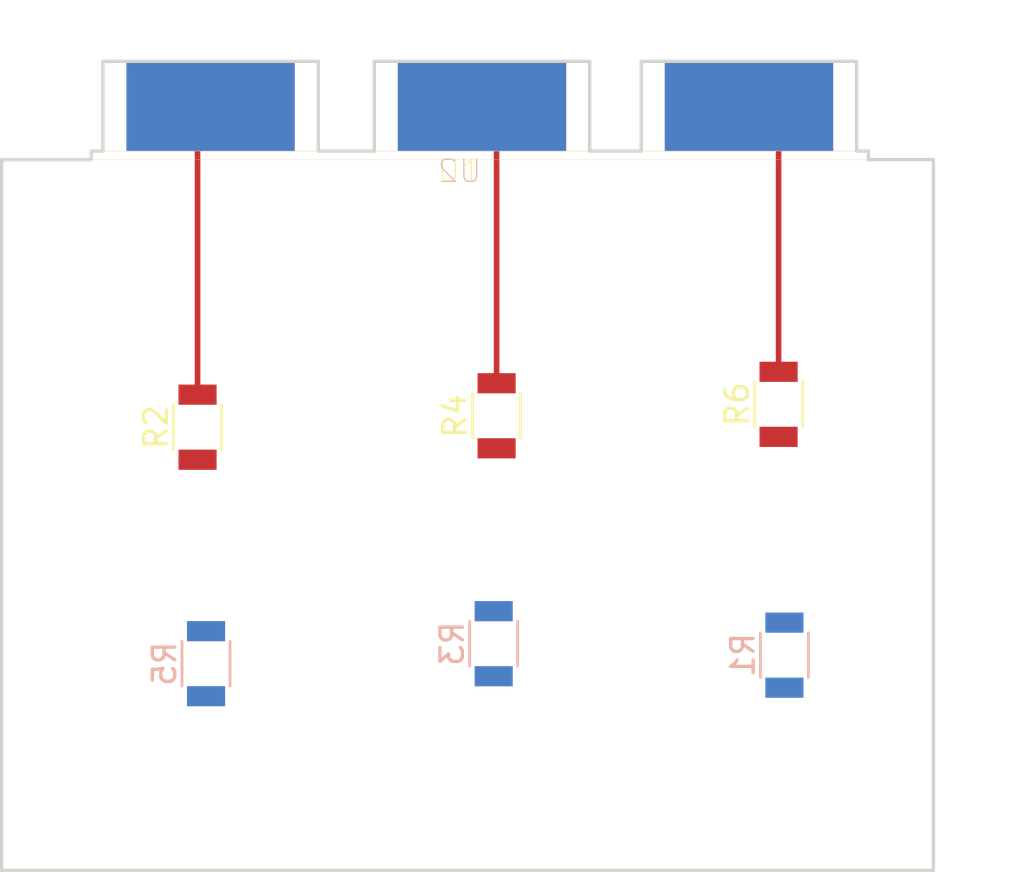
<source format=kicad_pcb>
(kicad_pcb (version 4) (host pcbnew 4.0.7)

  (general
    (links 3)
    (no_connects 0)
    (area 107.404999 27.875 161.61 74.755001)
    (thickness 1.6)
    (drawings 20)
    (tracks 6)
    (zones 0)
    (modules 8)
    (nets 13)
  )

  (page A4)
  (layers
    (0 F.Cu signal)
    (31 B.Cu signal)
    (32 B.Adhes user)
    (33 F.Adhes user)
    (34 B.Paste user)
    (35 F.Paste user)
    (36 B.SilkS user)
    (37 F.SilkS user)
    (38 B.Mask user)
    (39 F.Mask user)
    (40 Dwgs.User user)
    (41 Cmts.User user)
    (42 Eco1.User user)
    (43 Eco2.User user)
    (44 Edge.Cuts user)
    (45 Margin user)
    (46 B.CrtYd user)
    (47 F.CrtYd user)
    (48 B.Fab user)
    (49 F.Fab user)
  )

  (setup
    (last_trace_width 0.25)
    (trace_clearance 0.2)
    (zone_clearance 0.508)
    (zone_45_only no)
    (trace_min 0.2)
    (segment_width 0.2)
    (edge_width 0.15)
    (via_size 0.6)
    (via_drill 0.4)
    (via_min_size 0.4)
    (via_min_drill 0.3)
    (uvia_size 0.3)
    (uvia_drill 0.1)
    (uvias_allowed no)
    (uvia_min_size 0.2)
    (uvia_min_drill 0.1)
    (pcb_text_width 0.3)
    (pcb_text_size 1.5 1.5)
    (mod_edge_width 0.15)
    (mod_text_size 1 1)
    (mod_text_width 0.15)
    (pad_size 7.5 11)
    (pad_drill 0)
    (pad_to_mask_clearance 0.2)
    (aux_axis_origin 0 0)
    (visible_elements 7FFFFFFF)
    (pcbplotparams
      (layerselection 0x010c0_80000001)
      (usegerberextensions false)
      (excludeedgelayer true)
      (linewidth 0.100000)
      (plotframeref false)
      (viasonmask false)
      (mode 1)
      (useauxorigin false)
      (hpglpennumber 1)
      (hpglpenspeed 20)
      (hpglpendiameter 15)
      (hpglpenoverlay 2)
      (psnegative false)
      (psa4output false)
      (plotreference true)
      (plotvalue true)
      (plotinvisibletext false)
      (padsonsilk false)
      (subtractmaskfromsilk false)
      (outputformat 1)
      (mirror false)
      (drillshape 0)
      (scaleselection 1)
      (outputdirectory GERBER/))
  )

  (net 0 "")
  (net 1 "Net-(R1-Pad1)")
  (net 2 "Net-(R1-Pad2)")
  (net 3 "Net-(R2-Pad1)")
  (net 4 "Net-(R2-Pad2)")
  (net 5 "Net-(R3-Pad1)")
  (net 6 "Net-(R3-Pad2)")
  (net 7 "Net-(R4-Pad1)")
  (net 8 "Net-(R4-Pad2)")
  (net 9 "Net-(R5-Pad1)")
  (net 10 "Net-(R5-Pad2)")
  (net 11 "Net-(R6-Pad1)")
  (net 12 "Net-(R6-Pad2)")

  (net_class Default "This is the default net class."
    (clearance 0.2)
    (trace_width 0.25)
    (via_dia 0.6)
    (via_drill 0.4)
    (uvia_dia 0.3)
    (uvia_drill 0.1)
    (add_net "Net-(R1-Pad1)")
    (add_net "Net-(R1-Pad2)")
    (add_net "Net-(R2-Pad1)")
    (add_net "Net-(R2-Pad2)")
    (add_net "Net-(R3-Pad1)")
    (add_net "Net-(R3-Pad2)")
    (add_net "Net-(R4-Pad1)")
    (add_net "Net-(R4-Pad2)")
    (add_net "Net-(R5-Pad1)")
    (add_net "Net-(R5-Pad2)")
    (add_net "Net-(R6-Pad1)")
    (add_net "Net-(R6-Pad2)")
  )

  (module Resistors_SMD:R_1206 (layer B.Cu) (tedit 58E0A804) (tstamp 5C89880A)
    (at 142.37 65.08 270)
    (descr "Resistor SMD 1206, reflow soldering, Vishay (see dcrcw.pdf)")
    (tags "resistor 1206")
    (path /5C8986C1)
    (attr smd)
    (fp_text reference R1 (at 0 1.85 270) (layer B.SilkS)
      (effects (font (size 1 1) (thickness 0.15)) (justify mirror))
    )
    (fp_text value R (at 0 -1.95 270) (layer B.Fab)
      (effects (font (size 1 1) (thickness 0.15)) (justify mirror))
    )
    (fp_text user %R (at 0 0 270) (layer B.Fab)
      (effects (font (size 0.7 0.7) (thickness 0.105)) (justify mirror))
    )
    (fp_line (start -1.6 -0.8) (end -1.6 0.8) (layer B.Fab) (width 0.1))
    (fp_line (start 1.6 -0.8) (end -1.6 -0.8) (layer B.Fab) (width 0.1))
    (fp_line (start 1.6 0.8) (end 1.6 -0.8) (layer B.Fab) (width 0.1))
    (fp_line (start -1.6 0.8) (end 1.6 0.8) (layer B.Fab) (width 0.1))
    (fp_line (start 1 -1.07) (end -1 -1.07) (layer B.SilkS) (width 0.12))
    (fp_line (start -1 1.07) (end 1 1.07) (layer B.SilkS) (width 0.12))
    (fp_line (start -2.15 1.11) (end 2.15 1.11) (layer B.CrtYd) (width 0.05))
    (fp_line (start -2.15 1.11) (end -2.15 -1.1) (layer B.CrtYd) (width 0.05))
    (fp_line (start 2.15 -1.1) (end 2.15 1.11) (layer B.CrtYd) (width 0.05))
    (fp_line (start 2.15 -1.1) (end -2.15 -1.1) (layer B.CrtYd) (width 0.05))
    (pad 1 smd rect (at -1.45 0 270) (size 0.9 1.7) (layers B.Cu B.Paste B.Mask)
      (net 1 "Net-(R1-Pad1)"))
    (pad 2 smd rect (at 1.45 0 270) (size 0.9 1.7) (layers B.Cu B.Paste B.Mask)
      (net 2 "Net-(R1-Pad2)"))
    (model ${KISYS3DMOD}/Resistors_SMD.3dshapes/R_1206.wrl
      (at (xyz 0 0 0))
      (scale (xyz 1 1 1))
      (rotate (xyz 0 0 0))
    )
  )

  (module Resistors_SMD:R_1206 (layer F.Cu) (tedit 58E0A804) (tstamp 5C898810)
    (at 116.21 54.92 90)
    (descr "Resistor SMD 1206, reflow soldering, Vishay (see dcrcw.pdf)")
    (tags "resistor 1206")
    (path /5C898950)
    (attr smd)
    (fp_text reference R2 (at 0 -1.85 90) (layer F.SilkS)
      (effects (font (size 1 1) (thickness 0.15)))
    )
    (fp_text value R (at 0 1.95 90) (layer F.Fab)
      (effects (font (size 1 1) (thickness 0.15)))
    )
    (fp_text user %R (at 0 0 90) (layer F.Fab)
      (effects (font (size 0.7 0.7) (thickness 0.105)))
    )
    (fp_line (start -1.6 0.8) (end -1.6 -0.8) (layer F.Fab) (width 0.1))
    (fp_line (start 1.6 0.8) (end -1.6 0.8) (layer F.Fab) (width 0.1))
    (fp_line (start 1.6 -0.8) (end 1.6 0.8) (layer F.Fab) (width 0.1))
    (fp_line (start -1.6 -0.8) (end 1.6 -0.8) (layer F.Fab) (width 0.1))
    (fp_line (start 1 1.07) (end -1 1.07) (layer F.SilkS) (width 0.12))
    (fp_line (start -1 -1.07) (end 1 -1.07) (layer F.SilkS) (width 0.12))
    (fp_line (start -2.15 -1.11) (end 2.15 -1.11) (layer F.CrtYd) (width 0.05))
    (fp_line (start -2.15 -1.11) (end -2.15 1.1) (layer F.CrtYd) (width 0.05))
    (fp_line (start 2.15 1.1) (end 2.15 -1.11) (layer F.CrtYd) (width 0.05))
    (fp_line (start 2.15 1.1) (end -2.15 1.1) (layer F.CrtYd) (width 0.05))
    (pad 1 smd rect (at -1.45 0 90) (size 0.9 1.7) (layers F.Cu F.Paste F.Mask)
      (net 3 "Net-(R2-Pad1)"))
    (pad 2 smd rect (at 1.45 0 90) (size 0.9 1.7) (layers F.Cu F.Paste F.Mask)
      (net 4 "Net-(R2-Pad2)"))
    (model ${KISYS3DMOD}/Resistors_SMD.3dshapes/R_1206.wrl
      (at (xyz 0 0 0))
      (scale (xyz 1 1 1))
      (rotate (xyz 0 0 0))
    )
  )

  (module Resistors_SMD:R_1206 (layer B.Cu) (tedit 58E0A804) (tstamp 5C898816)
    (at 129.41 64.57 270)
    (descr "Resistor SMD 1206, reflow soldering, Vishay (see dcrcw.pdf)")
    (tags "resistor 1206")
    (path /5C89864E)
    (attr smd)
    (fp_text reference R3 (at 0 1.85 270) (layer B.SilkS)
      (effects (font (size 1 1) (thickness 0.15)) (justify mirror))
    )
    (fp_text value R (at 0 -1.95 270) (layer B.Fab)
      (effects (font (size 1 1) (thickness 0.15)) (justify mirror))
    )
    (fp_text user %R (at 0 0 270) (layer B.Fab)
      (effects (font (size 0.7 0.7) (thickness 0.105)) (justify mirror))
    )
    (fp_line (start -1.6 -0.8) (end -1.6 0.8) (layer B.Fab) (width 0.1))
    (fp_line (start 1.6 -0.8) (end -1.6 -0.8) (layer B.Fab) (width 0.1))
    (fp_line (start 1.6 0.8) (end 1.6 -0.8) (layer B.Fab) (width 0.1))
    (fp_line (start -1.6 0.8) (end 1.6 0.8) (layer B.Fab) (width 0.1))
    (fp_line (start 1 -1.07) (end -1 -1.07) (layer B.SilkS) (width 0.12))
    (fp_line (start -1 1.07) (end 1 1.07) (layer B.SilkS) (width 0.12))
    (fp_line (start -2.15 1.11) (end 2.15 1.11) (layer B.CrtYd) (width 0.05))
    (fp_line (start -2.15 1.11) (end -2.15 -1.1) (layer B.CrtYd) (width 0.05))
    (fp_line (start 2.15 -1.1) (end 2.15 1.11) (layer B.CrtYd) (width 0.05))
    (fp_line (start 2.15 -1.1) (end -2.15 -1.1) (layer B.CrtYd) (width 0.05))
    (pad 1 smd rect (at -1.45 0 270) (size 0.9 1.7) (layers B.Cu B.Paste B.Mask)
      (net 5 "Net-(R3-Pad1)"))
    (pad 2 smd rect (at 1.45 0 270) (size 0.9 1.7) (layers B.Cu B.Paste B.Mask)
      (net 6 "Net-(R3-Pad2)"))
    (model ${KISYS3DMOD}/Resistors_SMD.3dshapes/R_1206.wrl
      (at (xyz 0 0 0))
      (scale (xyz 1 1 1))
      (rotate (xyz 0 0 0))
    )
  )

  (module Resistors_SMD:R_1206 (layer F.Cu) (tedit 58E0A804) (tstamp 5C89881C)
    (at 129.54 54.41 90)
    (descr "Resistor SMD 1206, reflow soldering, Vishay (see dcrcw.pdf)")
    (tags "resistor 1206")
    (path /5C89894A)
    (attr smd)
    (fp_text reference R4 (at 0 -1.85 90) (layer F.SilkS)
      (effects (font (size 1 1) (thickness 0.15)))
    )
    (fp_text value R (at 0 1.95 90) (layer F.Fab)
      (effects (font (size 1 1) (thickness 0.15)))
    )
    (fp_text user %R (at 0 0 90) (layer F.Fab)
      (effects (font (size 0.7 0.7) (thickness 0.105)))
    )
    (fp_line (start -1.6 0.8) (end -1.6 -0.8) (layer F.Fab) (width 0.1))
    (fp_line (start 1.6 0.8) (end -1.6 0.8) (layer F.Fab) (width 0.1))
    (fp_line (start 1.6 -0.8) (end 1.6 0.8) (layer F.Fab) (width 0.1))
    (fp_line (start -1.6 -0.8) (end 1.6 -0.8) (layer F.Fab) (width 0.1))
    (fp_line (start 1 1.07) (end -1 1.07) (layer F.SilkS) (width 0.12))
    (fp_line (start -1 -1.07) (end 1 -1.07) (layer F.SilkS) (width 0.12))
    (fp_line (start -2.15 -1.11) (end 2.15 -1.11) (layer F.CrtYd) (width 0.05))
    (fp_line (start -2.15 -1.11) (end -2.15 1.1) (layer F.CrtYd) (width 0.05))
    (fp_line (start 2.15 1.1) (end 2.15 -1.11) (layer F.CrtYd) (width 0.05))
    (fp_line (start 2.15 1.1) (end -2.15 1.1) (layer F.CrtYd) (width 0.05))
    (pad 1 smd rect (at -1.45 0 90) (size 0.9 1.7) (layers F.Cu F.Paste F.Mask)
      (net 7 "Net-(R4-Pad1)"))
    (pad 2 smd rect (at 1.45 0 90) (size 0.9 1.7) (layers F.Cu F.Paste F.Mask)
      (net 8 "Net-(R4-Pad2)"))
    (model ${KISYS3DMOD}/Resistors_SMD.3dshapes/R_1206.wrl
      (at (xyz 0 0 0))
      (scale (xyz 1 1 1))
      (rotate (xyz 0 0 0))
    )
  )

  (module Resistors_SMD:R_1206 (layer B.Cu) (tedit 58E0A804) (tstamp 5C898822)
    (at 116.59 65.46 270)
    (descr "Resistor SMD 1206, reflow soldering, Vishay (see dcrcw.pdf)")
    (tags "resistor 1206")
    (path /5C8986FE)
    (attr smd)
    (fp_text reference R5 (at 0 1.85 270) (layer B.SilkS)
      (effects (font (size 1 1) (thickness 0.15)) (justify mirror))
    )
    (fp_text value R (at 0 -1.95 270) (layer B.Fab)
      (effects (font (size 1 1) (thickness 0.15)) (justify mirror))
    )
    (fp_text user %R (at 0 0 270) (layer B.Fab)
      (effects (font (size 0.7 0.7) (thickness 0.105)) (justify mirror))
    )
    (fp_line (start -1.6 -0.8) (end -1.6 0.8) (layer B.Fab) (width 0.1))
    (fp_line (start 1.6 -0.8) (end -1.6 -0.8) (layer B.Fab) (width 0.1))
    (fp_line (start 1.6 0.8) (end 1.6 -0.8) (layer B.Fab) (width 0.1))
    (fp_line (start -1.6 0.8) (end 1.6 0.8) (layer B.Fab) (width 0.1))
    (fp_line (start 1 -1.07) (end -1 -1.07) (layer B.SilkS) (width 0.12))
    (fp_line (start -1 1.07) (end 1 1.07) (layer B.SilkS) (width 0.12))
    (fp_line (start -2.15 1.11) (end 2.15 1.11) (layer B.CrtYd) (width 0.05))
    (fp_line (start -2.15 1.11) (end -2.15 -1.1) (layer B.CrtYd) (width 0.05))
    (fp_line (start 2.15 -1.1) (end 2.15 1.11) (layer B.CrtYd) (width 0.05))
    (fp_line (start 2.15 -1.1) (end -2.15 -1.1) (layer B.CrtYd) (width 0.05))
    (pad 1 smd rect (at -1.45 0 270) (size 0.9 1.7) (layers B.Cu B.Paste B.Mask)
      (net 9 "Net-(R5-Pad1)"))
    (pad 2 smd rect (at 1.45 0 270) (size 0.9 1.7) (layers B.Cu B.Paste B.Mask)
      (net 10 "Net-(R5-Pad2)"))
    (model ${KISYS3DMOD}/Resistors_SMD.3dshapes/R_1206.wrl
      (at (xyz 0 0 0))
      (scale (xyz 1 1 1))
      (rotate (xyz 0 0 0))
    )
  )

  (module Resistors_SMD:R_1206 (layer F.Cu) (tedit 58E0A804) (tstamp 5C898828)
    (at 142.11 53.9 90)
    (descr "Resistor SMD 1206, reflow soldering, Vishay (see dcrcw.pdf)")
    (tags "resistor 1206")
    (path /5C898956)
    (attr smd)
    (fp_text reference R6 (at 0 -1.85 90) (layer F.SilkS)
      (effects (font (size 1 1) (thickness 0.15)))
    )
    (fp_text value R (at 0 1.95 90) (layer F.Fab)
      (effects (font (size 1 1) (thickness 0.15)))
    )
    (fp_text user %R (at 0 0 90) (layer F.Fab)
      (effects (font (size 0.7 0.7) (thickness 0.105)))
    )
    (fp_line (start -1.6 0.8) (end -1.6 -0.8) (layer F.Fab) (width 0.1))
    (fp_line (start 1.6 0.8) (end -1.6 0.8) (layer F.Fab) (width 0.1))
    (fp_line (start 1.6 -0.8) (end 1.6 0.8) (layer F.Fab) (width 0.1))
    (fp_line (start -1.6 -0.8) (end 1.6 -0.8) (layer F.Fab) (width 0.1))
    (fp_line (start 1 1.07) (end -1 1.07) (layer F.SilkS) (width 0.12))
    (fp_line (start -1 -1.07) (end 1 -1.07) (layer F.SilkS) (width 0.12))
    (fp_line (start -2.15 -1.11) (end 2.15 -1.11) (layer F.CrtYd) (width 0.05))
    (fp_line (start -2.15 -1.11) (end -2.15 1.1) (layer F.CrtYd) (width 0.05))
    (fp_line (start 2.15 1.1) (end 2.15 -1.11) (layer F.CrtYd) (width 0.05))
    (fp_line (start 2.15 1.1) (end -2.15 1.1) (layer F.CrtYd) (width 0.05))
    (pad 1 smd rect (at -1.45 0 90) (size 0.9 1.7) (layers F.Cu F.Paste F.Mask)
      (net 11 "Net-(R6-Pad1)"))
    (pad 2 smd rect (at 1.45 0 90) (size 0.9 1.7) (layers F.Cu F.Paste F.Mask)
      (net 12 "Net-(R6-Pad2)"))
    (model ${KISYS3DMOD}/Resistors_SMD.3dshapes/R_1206.wrl
      (at (xyz 0 0 0))
      (scale (xyz 1 1 1))
      (rotate (xyz 0 0 0))
    )
  )

  (module "pcb Footprints:esc_power_redefined_3pin" (layer F.Cu) (tedit 5C9A4592) (tstamp 5C89882F)
    (at 111.99 42.61)
    (path /5C8985BC)
    (fp_text reference U1 (at 15.9 0.89) (layer F.SilkS)
      (effects (font (size 1 1) (thickness 0.05)))
    )
    (fp_text value 3pin (at 16.5 -6.06) (layer F.Fab)
      (effects (font (size 1 1) (thickness 0.05)))
    )
    (fp_line (start 34.12 0.39) (end -0.52 0.39) (layer F.SilkS) (width 0.01))
    (fp_line (start 10.1 0) (end 12.1 0) (layer F.SilkS) (width 0.01))
    (fp_line (start 24 0) (end 22.2 0) (layer F.SilkS) (width 0.01))
    (fp_line (start 34.12 0) (end 34.12 0.39) (layer F.SilkS) (width 0.01))
    (fp_line (start 34.12 0) (end 33.6 0) (layer F.SilkS) (width 0.01))
    (fp_line (start -0.52 0) (end -0.52 0.39) (layer F.SilkS) (width 0.01))
    (fp_line (start 0 0) (end -0.52 0) (layer F.SilkS) (width 0.01))
    (fp_line (start 24 0) (end 33.6 0) (layer F.SilkS) (width 0.01))
    (fp_line (start 33.6 0) (end 33.6 -4) (layer F.SilkS) (width 0.01))
    (fp_line (start 24 0) (end 24 -4) (layer F.SilkS) (width 0.01))
    (fp_line (start 24 -4) (end 33.6 -4) (layer F.SilkS) (width 0.01))
    (fp_line (start 12.1 0) (end 22.2 0) (layer F.SilkS) (width 0.01))
    (fp_line (start 12.1 0) (end 12.1 -4) (layer F.SilkS) (width 0.01))
    (fp_line (start 12.1 -4) (end 21.7 -4) (layer F.SilkS) (width 0.01))
    (fp_line (start 21.7 0) (end 21.7 -4) (layer F.SilkS) (width 0.01))
    (fp_line (start 9.6 0) (end 9.6 -4) (layer F.SilkS) (width 0.01))
    (fp_line (start 9.6 -4) (end 0 -4) (layer F.SilkS) (width 0.01))
    (fp_line (start 0 -4) (end 0 0) (layer F.SilkS) (width 0.01))
    (fp_line (start 0 0) (end 10.1 0) (layer F.SilkS) (width 0.01))
    (pad 3 smd rect (at 28.8 -2) (size 7.5 4) (layers F.Cu B.Adhes F.Mask)
      (net 12 "Net-(R6-Pad2)"))
    (pad 2 smd rect (at 16.9 -2) (size 7.5 4) (layers F.Cu B.Adhes F.Mask)
      (net 8 "Net-(R4-Pad2)"))
    (pad 1 smd rect (at 4.8 -2) (size 7.5 4) (layers F.Cu B.Adhes F.Mask)
      (net 4 "Net-(R2-Pad2)"))
  )

  (module "pcb Footprints:esc_power_redined_mirror_3pin" (layer B.Cu) (tedit 5C9A4592) (tstamp 5C898836)
    (at 152.8 42.61 180)
    (path /5C898B86)
    (fp_text reference U2 (at 24.91 -0.89 180) (layer B.SilkS)
      (effects (font (size 1 1) (thickness 0.05)) (justify mirror))
    )
    (fp_text value 3pin (at 24.31 6.06 180) (layer B.Fab)
      (effects (font (size 1 1) (thickness 0.05)) (justify mirror))
    )
    (fp_line (start 6.69 -0.39) (end 41.33 -0.39) (layer B.SilkS) (width 0.01))
    (fp_line (start 30.71 0) (end 28.71 0) (layer B.SilkS) (width 0.01))
    (fp_line (start 16.81 0) (end 18.61 0) (layer B.SilkS) (width 0.01))
    (fp_line (start 6.69 0) (end 6.69 -0.39) (layer B.SilkS) (width 0.01))
    (fp_line (start 6.69 0) (end 7.21 0) (layer B.SilkS) (width 0.01))
    (fp_line (start 41.33 0) (end 41.33 -0.39) (layer B.SilkS) (width 0.01))
    (fp_line (start 40.81 0) (end 41.33 0) (layer B.SilkS) (width 0.01))
    (fp_line (start 16.81 0) (end 7.21 0) (layer B.SilkS) (width 0.01))
    (fp_line (start 7.21 0) (end 7.21 4) (layer B.SilkS) (width 0.01))
    (fp_line (start 16.81 0) (end 16.81 4) (layer B.SilkS) (width 0.01))
    (fp_line (start 16.81 4) (end 7.21 4) (layer B.SilkS) (width 0.01))
    (fp_line (start 28.71 0) (end 18.61 0) (layer B.SilkS) (width 0.01))
    (fp_line (start 28.71 0) (end 28.71 4) (layer B.SilkS) (width 0.01))
    (fp_line (start 28.71 4) (end 19.11 4) (layer B.SilkS) (width 0.01))
    (fp_line (start 19.11 0) (end 19.11 4) (layer B.SilkS) (width 0.01))
    (fp_line (start 31.21 0) (end 31.21 4) (layer B.SilkS) (width 0.01))
    (fp_line (start 31.21 4) (end 40.81 4) (layer B.SilkS) (width 0.01))
    (fp_line (start 40.81 4) (end 40.81 0) (layer B.SilkS) (width 0.01))
    (fp_line (start 40.81 0) (end 30.71 0) (layer B.SilkS) (width 0.01))
    (pad 3 smd rect (at 12.01 2 180) (size 7.5 4) (layers B.Cu F.Adhes B.Mask))
    (pad 2 smd rect (at 23.91 2 180) (size 7.5 4) (layers B.Cu F.Adhes B.Mask))
    (pad 1 smd rect (at 36.01 2 180) (size 7.5 4) (layers B.Cu F.Adhes B.Mask))
  )

  (gr_line (start 145.59 38.61) (end 145.59 42.61) (angle 90) (layer Edge.Cuts) (width 0.15))
  (gr_line (start 135.99 38.61) (end 145.59 38.61) (angle 90) (layer Edge.Cuts) (width 0.15))
  (gr_line (start 135.99 42.61) (end 135.99 38.61) (angle 90) (layer Edge.Cuts) (width 0.15))
  (gr_line (start 133.69 38.61) (end 133.69 42.61) (angle 90) (layer Edge.Cuts) (width 0.15))
  (gr_line (start 124.09 38.61) (end 133.69 38.61) (angle 90) (layer Edge.Cuts) (width 0.15))
  (gr_line (start 124.09 42.61) (end 124.09 38.61) (angle 90) (layer Edge.Cuts) (width 0.15))
  (gr_line (start 121.59 38.61) (end 121.59 42.61) (angle 90) (layer Edge.Cuts) (width 0.15))
  (gr_line (start 111.99 38.61) (end 121.59 38.61) (angle 90) (layer Edge.Cuts) (width 0.15))
  (gr_line (start 111.99 42.61) (end 111.99 38.61) (angle 90) (layer Edge.Cuts) (width 0.15))
  (gr_line (start 107.48 43) (end 107.48 74.68) (angle 90) (layer Edge.Cuts) (width 0.15))
  (gr_line (start 111.47 43) (end 107.48 43) (angle 90) (layer Edge.Cuts) (width 0.15))
  (gr_line (start 111.47 42.61) (end 111.47 43) (angle 90) (layer Edge.Cuts) (width 0.15))
  (gr_line (start 111.99 42.61) (end 111.47 42.61) (angle 90) (layer Edge.Cuts) (width 0.15))
  (gr_line (start 149.01 74.68) (end 107.48 74.68) (angle 90) (layer Edge.Cuts) (width 0.15))
  (gr_line (start 149.01 42.99) (end 149.01 74.68) (angle 90) (layer Edge.Cuts) (width 0.15))
  (gr_line (start 146.11 42.99) (end 149.01 42.99) (angle 90) (layer Edge.Cuts) (width 0.15))
  (gr_line (start 146.11 42.61) (end 146.11 43) (angle 90) (layer Edge.Cuts) (width 0.15))
  (gr_line (start 145.59 42.61) (end 146.11 42.61) (angle 90) (layer Edge.Cuts) (width 0.15))
  (gr_line (start 133.69 42.61) (end 135.99 42.61) (angle 90) (layer Edge.Cuts) (width 0.15))
  (gr_line (start 121.59 42.61) (end 124.09 42.61) (angle 90) (layer Edge.Cuts) (width 0.15))

  (segment (start 116.21 53.47) (end 116.21 41.19) (width 0.25) (layer F.Cu) (net 4) (status C00000))
  (segment (start 116.21 41.19) (end 116.79 40.61) (width 0.25) (layer F.Cu) (net 4) (tstamp 5C9A4DA6) (status C00000))
  (segment (start 129.54 52.96) (end 129.54 41.26) (width 0.25) (layer F.Cu) (net 8) (status C00000))
  (segment (start 129.54 41.26) (end 128.89 40.61) (width 0.25) (layer F.Cu) (net 8) (tstamp 5C9A4D9F) (status C00000))
  (segment (start 142.11 52.45) (end 142.11 41.93) (width 0.25) (layer F.Cu) (net 12) (status C00000))
  (segment (start 142.11 41.93) (end 140.79 40.61) (width 0.25) (layer F.Cu) (net 12) (tstamp 5C9A4DA2) (status C00000))

)

</source>
